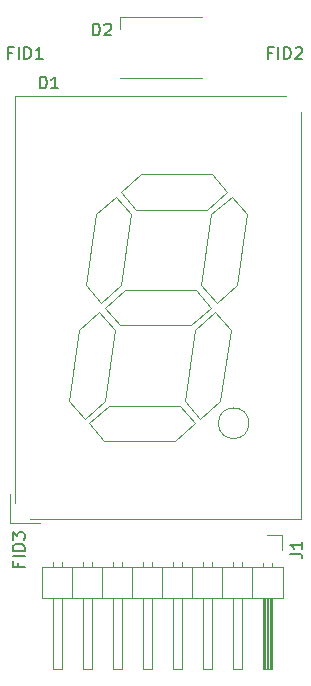
<source format=gto>
G04 #@! TF.FileFunction,Legend,Top*
%FSLAX46Y46*%
G04 Gerber Fmt 4.6, Leading zero omitted, Abs format (unit mm)*
G04 Created by KiCad (PCBNEW 4.0.6) date Wednesday, September 13, 2017 'PMt' 03:29:23 PM*
%MOMM*%
%LPD*%
G01*
G04 APERTURE LIST*
%ADD10C,0.100000*%
%ADD11C,0.120000*%
%ADD12C,0.150000*%
%ADD13C,0.152400*%
G04 APERTURE END LIST*
D10*
D11*
X197450000Y-110800000D02*
G75*
G03X197450000Y-110800000I-1300000J0D01*
G01*
X177630000Y-117550000D02*
X177630000Y-83130000D01*
X177630000Y-83130000D02*
X200550000Y-83130000D01*
X201870000Y-84450000D02*
X201870000Y-118870000D01*
X201870000Y-118870000D02*
X178950000Y-118870000D01*
X179750000Y-119250000D02*
X177250000Y-119250000D01*
X177250000Y-119250000D02*
X177250000Y-116750000D01*
X186630000Y-91200000D02*
X188330000Y-89700000D01*
X188330000Y-89700000D02*
X194330000Y-89700000D01*
X194330000Y-89700000D02*
X195630000Y-91200000D01*
X195630000Y-91200000D02*
X193910000Y-92700000D01*
X193910000Y-92700000D02*
X187910000Y-92700000D01*
X187910000Y-92700000D02*
X186630000Y-91200000D01*
X186630000Y-91200000D02*
X186630000Y-91200000D01*
X194710000Y-100600000D02*
X196410000Y-99100000D01*
X196410000Y-99100000D02*
X197270000Y-93100000D01*
X197270000Y-93100000D02*
X195970000Y-91600000D01*
X195970000Y-91600000D02*
X194270000Y-93100000D01*
X194270000Y-93100000D02*
X193410000Y-99100000D01*
X193410000Y-99100000D02*
X194710000Y-100600000D01*
X194710000Y-100600000D02*
X194710000Y-100600000D01*
X193330000Y-110400000D02*
X195030000Y-108900000D01*
X195030000Y-108900000D02*
X195890000Y-102900000D01*
X195890000Y-102900000D02*
X194590000Y-101400000D01*
X194590000Y-101400000D02*
X192890000Y-102900000D01*
X192890000Y-102900000D02*
X192030000Y-108900000D01*
X192030000Y-108900000D02*
X193330000Y-110400000D01*
X193330000Y-110400000D02*
X193330000Y-110400000D01*
X183870000Y-110800000D02*
X185590000Y-109300000D01*
X185590000Y-109300000D02*
X191590000Y-109300000D01*
X191590000Y-109300000D02*
X192870000Y-110800000D01*
X192870000Y-110800000D02*
X191170000Y-112300000D01*
X191170000Y-112300000D02*
X185170000Y-112300000D01*
X185170000Y-112300000D02*
X183870000Y-110800000D01*
X183870000Y-110800000D02*
X183870000Y-110800000D01*
X183530000Y-110400000D02*
X185230000Y-108900000D01*
X185230000Y-108900000D02*
X186090000Y-102900000D01*
X186090000Y-102900000D02*
X184790000Y-101400000D01*
X184790000Y-101400000D02*
X183090000Y-102900000D01*
X183090000Y-102900000D02*
X182230000Y-108900000D01*
X182230000Y-108900000D02*
X183530000Y-110400000D01*
X183530000Y-110400000D02*
X183530000Y-110400000D01*
X184910000Y-100600000D02*
X186610000Y-99100000D01*
X186610000Y-99100000D02*
X187470000Y-93100000D01*
X187470000Y-93100000D02*
X186170000Y-91600000D01*
X186170000Y-91600000D02*
X184470000Y-93100000D01*
X184470000Y-93100000D02*
X183610000Y-99100000D01*
X183610000Y-99100000D02*
X184910000Y-100600000D01*
X184910000Y-100600000D02*
X184910000Y-100600000D01*
X185250000Y-101000000D02*
X186970000Y-99500000D01*
X186970000Y-99500000D02*
X192970000Y-99500000D01*
X192970000Y-99500000D02*
X194250000Y-101000000D01*
X194250000Y-101000000D02*
X192530000Y-102500000D01*
X192530000Y-102500000D02*
X186530000Y-102500000D01*
X186530000Y-102500000D02*
X185250000Y-101000000D01*
X185250000Y-101000000D02*
X185250000Y-101000000D01*
X186500000Y-76400000D02*
X193500000Y-76400000D01*
X186500000Y-81600000D02*
X193500000Y-81600000D01*
X186500000Y-77400000D02*
X186500000Y-76400000D01*
X200330000Y-122940000D02*
X179890000Y-122940000D01*
X179890000Y-122940000D02*
X179890000Y-125600000D01*
X179890000Y-125600000D02*
X200330000Y-125600000D01*
X200330000Y-125600000D02*
X200330000Y-122940000D01*
X199380000Y-125600000D02*
X199380000Y-131600000D01*
X199380000Y-131600000D02*
X198620000Y-131600000D01*
X198620000Y-131600000D02*
X198620000Y-125600000D01*
X199320000Y-125600000D02*
X199320000Y-131600000D01*
X199200000Y-125600000D02*
X199200000Y-131600000D01*
X199080000Y-125600000D02*
X199080000Y-131600000D01*
X198960000Y-125600000D02*
X198960000Y-131600000D01*
X198840000Y-125600000D02*
X198840000Y-131600000D01*
X198720000Y-125600000D02*
X198720000Y-131600000D01*
X199380000Y-122610000D02*
X199380000Y-122940000D01*
X198620000Y-122610000D02*
X198620000Y-122940000D01*
X197730000Y-122940000D02*
X197730000Y-125600000D01*
X196840000Y-125600000D02*
X196840000Y-131600000D01*
X196840000Y-131600000D02*
X196080000Y-131600000D01*
X196080000Y-131600000D02*
X196080000Y-125600000D01*
X196840000Y-122542929D02*
X196840000Y-122940000D01*
X196080000Y-122542929D02*
X196080000Y-122940000D01*
X195190000Y-122940000D02*
X195190000Y-125600000D01*
X194300000Y-125600000D02*
X194300000Y-131600000D01*
X194300000Y-131600000D02*
X193540000Y-131600000D01*
X193540000Y-131600000D02*
X193540000Y-125600000D01*
X194300000Y-122542929D02*
X194300000Y-122940000D01*
X193540000Y-122542929D02*
X193540000Y-122940000D01*
X192650000Y-122940000D02*
X192650000Y-125600000D01*
X191760000Y-125600000D02*
X191760000Y-131600000D01*
X191760000Y-131600000D02*
X191000000Y-131600000D01*
X191000000Y-131600000D02*
X191000000Y-125600000D01*
X191760000Y-122542929D02*
X191760000Y-122940000D01*
X191000000Y-122542929D02*
X191000000Y-122940000D01*
X190110000Y-122940000D02*
X190110000Y-125600000D01*
X189220000Y-125600000D02*
X189220000Y-131600000D01*
X189220000Y-131600000D02*
X188460000Y-131600000D01*
X188460000Y-131600000D02*
X188460000Y-125600000D01*
X189220000Y-122542929D02*
X189220000Y-122940000D01*
X188460000Y-122542929D02*
X188460000Y-122940000D01*
X187570000Y-122940000D02*
X187570000Y-125600000D01*
X186680000Y-125600000D02*
X186680000Y-131600000D01*
X186680000Y-131600000D02*
X185920000Y-131600000D01*
X185920000Y-131600000D02*
X185920000Y-125600000D01*
X186680000Y-122542929D02*
X186680000Y-122940000D01*
X185920000Y-122542929D02*
X185920000Y-122940000D01*
X185030000Y-122940000D02*
X185030000Y-125600000D01*
X184140000Y-125600000D02*
X184140000Y-131600000D01*
X184140000Y-131600000D02*
X183380000Y-131600000D01*
X183380000Y-131600000D02*
X183380000Y-125600000D01*
X184140000Y-122542929D02*
X184140000Y-122940000D01*
X183380000Y-122542929D02*
X183380000Y-122940000D01*
X182490000Y-122940000D02*
X182490000Y-125600000D01*
X181600000Y-125600000D02*
X181600000Y-131600000D01*
X181600000Y-131600000D02*
X180840000Y-131600000D01*
X180840000Y-131600000D02*
X180840000Y-125600000D01*
X181600000Y-122542929D02*
X181600000Y-122940000D01*
X180840000Y-122542929D02*
X180840000Y-122940000D01*
X199000000Y-120230000D02*
X200270000Y-120230000D01*
X200270000Y-120230000D02*
X200270000Y-121500000D01*
D12*
X179761905Y-82452381D02*
X179761905Y-81452381D01*
X180000000Y-81452381D01*
X180142858Y-81500000D01*
X180238096Y-81595238D01*
X180285715Y-81690476D01*
X180333334Y-81880952D01*
X180333334Y-82023810D01*
X180285715Y-82214286D01*
X180238096Y-82309524D01*
X180142858Y-82404762D01*
X180000000Y-82452381D01*
X179761905Y-82452381D01*
X181285715Y-82452381D02*
X180714286Y-82452381D01*
X181000000Y-82452381D02*
X181000000Y-81452381D01*
X180904762Y-81595238D01*
X180809524Y-81690476D01*
X180714286Y-81738095D01*
X184261905Y-77952381D02*
X184261905Y-76952381D01*
X184500000Y-76952381D01*
X184642858Y-77000000D01*
X184738096Y-77095238D01*
X184785715Y-77190476D01*
X184833334Y-77380952D01*
X184833334Y-77523810D01*
X184785715Y-77714286D01*
X184738096Y-77809524D01*
X184642858Y-77904762D01*
X184500000Y-77952381D01*
X184261905Y-77952381D01*
X185214286Y-77047619D02*
X185261905Y-77000000D01*
X185357143Y-76952381D01*
X185595239Y-76952381D01*
X185690477Y-77000000D01*
X185738096Y-77047619D01*
X185785715Y-77142857D01*
X185785715Y-77238095D01*
X185738096Y-77380952D01*
X185166667Y-77952381D01*
X185785715Y-77952381D01*
X200952381Y-121833333D02*
X201666667Y-121833333D01*
X201809524Y-121880953D01*
X201904762Y-121976191D01*
X201952381Y-122119048D01*
X201952381Y-122214286D01*
X201952381Y-120833333D02*
X201952381Y-121404762D01*
X201952381Y-121119048D02*
X200952381Y-121119048D01*
X201095238Y-121214286D01*
X201190476Y-121309524D01*
X201238095Y-121404762D01*
D13*
X177411428Y-79427429D02*
X177072762Y-79427429D01*
X177072762Y-79959619D02*
X177072762Y-78943619D01*
X177556571Y-78943619D01*
X177943619Y-79959619D02*
X177943619Y-78943619D01*
X178427429Y-79959619D02*
X178427429Y-78943619D01*
X178669334Y-78943619D01*
X178814476Y-78992000D01*
X178911238Y-79088762D01*
X178959619Y-79185524D01*
X179008000Y-79379048D01*
X179008000Y-79524190D01*
X178959619Y-79717714D01*
X178911238Y-79814476D01*
X178814476Y-79911238D01*
X178669334Y-79959619D01*
X178427429Y-79959619D01*
X179975619Y-79959619D02*
X179395048Y-79959619D01*
X179685334Y-79959619D02*
X179685334Y-78943619D01*
X179588572Y-79088762D01*
X179491810Y-79185524D01*
X179395048Y-79233905D01*
X199411428Y-79427429D02*
X199072762Y-79427429D01*
X199072762Y-79959619D02*
X199072762Y-78943619D01*
X199556571Y-78943619D01*
X199943619Y-79959619D02*
X199943619Y-78943619D01*
X200427429Y-79959619D02*
X200427429Y-78943619D01*
X200669334Y-78943619D01*
X200814476Y-78992000D01*
X200911238Y-79088762D01*
X200959619Y-79185524D01*
X201008000Y-79379048D01*
X201008000Y-79524190D01*
X200959619Y-79717714D01*
X200911238Y-79814476D01*
X200814476Y-79911238D01*
X200669334Y-79959619D01*
X200427429Y-79959619D01*
X201395048Y-79040381D02*
X201443429Y-78992000D01*
X201540191Y-78943619D01*
X201782095Y-78943619D01*
X201878857Y-78992000D01*
X201927238Y-79040381D01*
X201975619Y-79137143D01*
X201975619Y-79233905D01*
X201927238Y-79379048D01*
X201346667Y-79959619D01*
X201975619Y-79959619D01*
X177927429Y-122588572D02*
X177927429Y-122927238D01*
X178459619Y-122927238D02*
X177443619Y-122927238D01*
X177443619Y-122443429D01*
X178459619Y-122056381D02*
X177443619Y-122056381D01*
X178459619Y-121572571D02*
X177443619Y-121572571D01*
X177443619Y-121330666D01*
X177492000Y-121185524D01*
X177588762Y-121088762D01*
X177685524Y-121040381D01*
X177879048Y-120992000D01*
X178024190Y-120992000D01*
X178217714Y-121040381D01*
X178314476Y-121088762D01*
X178411238Y-121185524D01*
X178459619Y-121330666D01*
X178459619Y-121572571D01*
X177443619Y-120653333D02*
X177443619Y-120024381D01*
X177830667Y-120363047D01*
X177830667Y-120217905D01*
X177879048Y-120121143D01*
X177927429Y-120072762D01*
X178024190Y-120024381D01*
X178266095Y-120024381D01*
X178362857Y-120072762D01*
X178411238Y-120121143D01*
X178459619Y-120217905D01*
X178459619Y-120508190D01*
X178411238Y-120604952D01*
X178362857Y-120653333D01*
M02*

</source>
